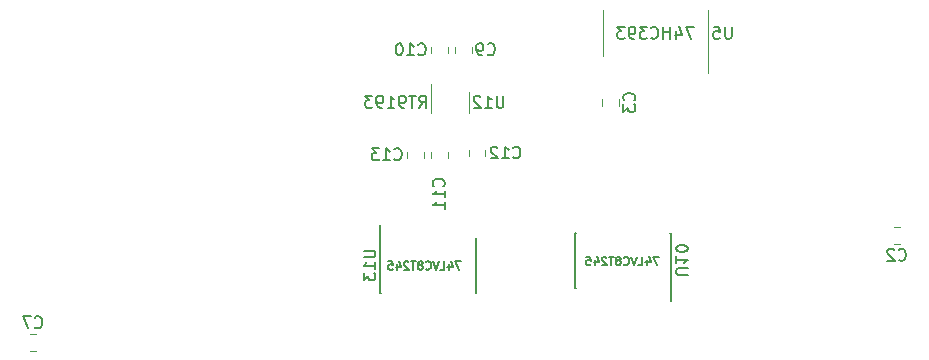
<source format=gbr>
G04 #@! TF.GenerationSoftware,KiCad,Pcbnew,(5.1.4)-1*
G04 #@! TF.CreationDate,2021-02-27T03:26:27-03:00*
G04 #@! TF.ProjectId,OpenDrive-Genesis,4f70656e-4472-4697-9665-2d47656e6573,rev?*
G04 #@! TF.SameCoordinates,Original*
G04 #@! TF.FileFunction,Legend,Bot*
G04 #@! TF.FilePolarity,Positive*
%FSLAX46Y46*%
G04 Gerber Fmt 4.6, Leading zero omitted, Abs format (unit mm)*
G04 Created by KiCad (PCBNEW (5.1.4)-1) date 2021-02-27 03:26:27*
%MOMM*%
%LPD*%
G04 APERTURE LIST*
%ADD10C,0.150000*%
%ADD11C,0.120000*%
G04 APERTURE END LIST*
D10*
X107240000Y-69847666D02*
X106773333Y-69847666D01*
X107073333Y-70547666D01*
X106206666Y-70081000D02*
X106206666Y-70547666D01*
X106373333Y-69814333D02*
X106540000Y-70314333D01*
X106106666Y-70314333D01*
X105506666Y-70547666D02*
X105840000Y-70547666D01*
X105840000Y-69847666D01*
X105373333Y-69847666D02*
X105140000Y-70547666D01*
X104906666Y-69847666D01*
X104273333Y-70481000D02*
X104306666Y-70514333D01*
X104406666Y-70547666D01*
X104473333Y-70547666D01*
X104573333Y-70514333D01*
X104640000Y-70447666D01*
X104673333Y-70381000D01*
X104706666Y-70247666D01*
X104706666Y-70147666D01*
X104673333Y-70014333D01*
X104640000Y-69947666D01*
X104573333Y-69881000D01*
X104473333Y-69847666D01*
X104406666Y-69847666D01*
X104306666Y-69881000D01*
X104273333Y-69914333D01*
X103873333Y-70147666D02*
X103940000Y-70114333D01*
X103973333Y-70081000D01*
X104006666Y-70014333D01*
X104006666Y-69981000D01*
X103973333Y-69914333D01*
X103940000Y-69881000D01*
X103873333Y-69847666D01*
X103740000Y-69847666D01*
X103673333Y-69881000D01*
X103640000Y-69914333D01*
X103606666Y-69981000D01*
X103606666Y-70014333D01*
X103640000Y-70081000D01*
X103673333Y-70114333D01*
X103740000Y-70147666D01*
X103873333Y-70147666D01*
X103940000Y-70181000D01*
X103973333Y-70214333D01*
X104006666Y-70281000D01*
X104006666Y-70414333D01*
X103973333Y-70481000D01*
X103940000Y-70514333D01*
X103873333Y-70547666D01*
X103740000Y-70547666D01*
X103673333Y-70514333D01*
X103640000Y-70481000D01*
X103606666Y-70414333D01*
X103606666Y-70281000D01*
X103640000Y-70214333D01*
X103673333Y-70181000D01*
X103740000Y-70147666D01*
X103406666Y-69847666D02*
X103006666Y-69847666D01*
X103206666Y-70547666D02*
X103206666Y-69847666D01*
X102806666Y-69914333D02*
X102773333Y-69881000D01*
X102706666Y-69847666D01*
X102540000Y-69847666D01*
X102473333Y-69881000D01*
X102440000Y-69914333D01*
X102406666Y-69981000D01*
X102406666Y-70047666D01*
X102440000Y-70147666D01*
X102840000Y-70547666D01*
X102406666Y-70547666D01*
X101806666Y-70081000D02*
X101806666Y-70547666D01*
X101973333Y-69814333D02*
X102140000Y-70314333D01*
X101706666Y-70314333D01*
X101106666Y-69847666D02*
X101440000Y-69847666D01*
X101473333Y-70181000D01*
X101440000Y-70147666D01*
X101373333Y-70114333D01*
X101206666Y-70114333D01*
X101140000Y-70147666D01*
X101106666Y-70181000D01*
X101073333Y-70247666D01*
X101073333Y-70414333D01*
X101106666Y-70481000D01*
X101140000Y-70514333D01*
X101206666Y-70547666D01*
X101373333Y-70547666D01*
X101440000Y-70514333D01*
X101473333Y-70481000D01*
X90476000Y-70228666D02*
X90009333Y-70228666D01*
X90309333Y-70928666D01*
X89442666Y-70462000D02*
X89442666Y-70928666D01*
X89609333Y-70195333D02*
X89776000Y-70695333D01*
X89342666Y-70695333D01*
X88742666Y-70928666D02*
X89076000Y-70928666D01*
X89076000Y-70228666D01*
X88609333Y-70228666D02*
X88376000Y-70928666D01*
X88142666Y-70228666D01*
X87509333Y-70862000D02*
X87542666Y-70895333D01*
X87642666Y-70928666D01*
X87709333Y-70928666D01*
X87809333Y-70895333D01*
X87876000Y-70828666D01*
X87909333Y-70762000D01*
X87942666Y-70628666D01*
X87942666Y-70528666D01*
X87909333Y-70395333D01*
X87876000Y-70328666D01*
X87809333Y-70262000D01*
X87709333Y-70228666D01*
X87642666Y-70228666D01*
X87542666Y-70262000D01*
X87509333Y-70295333D01*
X87109333Y-70528666D02*
X87176000Y-70495333D01*
X87209333Y-70462000D01*
X87242666Y-70395333D01*
X87242666Y-70362000D01*
X87209333Y-70295333D01*
X87176000Y-70262000D01*
X87109333Y-70228666D01*
X86976000Y-70228666D01*
X86909333Y-70262000D01*
X86876000Y-70295333D01*
X86842666Y-70362000D01*
X86842666Y-70395333D01*
X86876000Y-70462000D01*
X86909333Y-70495333D01*
X86976000Y-70528666D01*
X87109333Y-70528666D01*
X87176000Y-70562000D01*
X87209333Y-70595333D01*
X87242666Y-70662000D01*
X87242666Y-70795333D01*
X87209333Y-70862000D01*
X87176000Y-70895333D01*
X87109333Y-70928666D01*
X86976000Y-70928666D01*
X86909333Y-70895333D01*
X86876000Y-70862000D01*
X86842666Y-70795333D01*
X86842666Y-70662000D01*
X86876000Y-70595333D01*
X86909333Y-70562000D01*
X86976000Y-70528666D01*
X86642666Y-70228666D02*
X86242666Y-70228666D01*
X86442666Y-70928666D02*
X86442666Y-70228666D01*
X86042666Y-70295333D02*
X86009333Y-70262000D01*
X85942666Y-70228666D01*
X85776000Y-70228666D01*
X85709333Y-70262000D01*
X85676000Y-70295333D01*
X85642666Y-70362000D01*
X85642666Y-70428666D01*
X85676000Y-70528666D01*
X86076000Y-70928666D01*
X85642666Y-70928666D01*
X85042666Y-70462000D02*
X85042666Y-70928666D01*
X85209333Y-70195333D02*
X85376000Y-70695333D01*
X84942666Y-70695333D01*
X84342666Y-70228666D02*
X84676000Y-70228666D01*
X84709333Y-70562000D01*
X84676000Y-70528666D01*
X84609333Y-70495333D01*
X84442666Y-70495333D01*
X84376000Y-70528666D01*
X84342666Y-70562000D01*
X84309333Y-70628666D01*
X84309333Y-70795333D01*
X84342666Y-70862000D01*
X84376000Y-70895333D01*
X84442666Y-70928666D01*
X84609333Y-70928666D01*
X84676000Y-70895333D01*
X84709333Y-70862000D01*
X86939190Y-57221380D02*
X87272523Y-56745190D01*
X87510619Y-57221380D02*
X87510619Y-56221380D01*
X87129666Y-56221380D01*
X87034428Y-56269000D01*
X86986809Y-56316619D01*
X86939190Y-56411857D01*
X86939190Y-56554714D01*
X86986809Y-56649952D01*
X87034428Y-56697571D01*
X87129666Y-56745190D01*
X87510619Y-56745190D01*
X86653476Y-56221380D02*
X86082047Y-56221380D01*
X86367761Y-57221380D02*
X86367761Y-56221380D01*
X85701095Y-57221380D02*
X85510619Y-57221380D01*
X85415380Y-57173761D01*
X85367761Y-57126142D01*
X85272523Y-56983285D01*
X85224904Y-56792809D01*
X85224904Y-56411857D01*
X85272523Y-56316619D01*
X85320142Y-56269000D01*
X85415380Y-56221380D01*
X85605857Y-56221380D01*
X85701095Y-56269000D01*
X85748714Y-56316619D01*
X85796333Y-56411857D01*
X85796333Y-56649952D01*
X85748714Y-56745190D01*
X85701095Y-56792809D01*
X85605857Y-56840428D01*
X85415380Y-56840428D01*
X85320142Y-56792809D01*
X85272523Y-56745190D01*
X85224904Y-56649952D01*
X84272523Y-57221380D02*
X84843952Y-57221380D01*
X84558238Y-57221380D02*
X84558238Y-56221380D01*
X84653476Y-56364238D01*
X84748714Y-56459476D01*
X84843952Y-56507095D01*
X83796333Y-57221380D02*
X83605857Y-57221380D01*
X83510619Y-57173761D01*
X83463000Y-57126142D01*
X83367761Y-56983285D01*
X83320142Y-56792809D01*
X83320142Y-56411857D01*
X83367761Y-56316619D01*
X83415380Y-56269000D01*
X83510619Y-56221380D01*
X83701095Y-56221380D01*
X83796333Y-56269000D01*
X83843952Y-56316619D01*
X83891571Y-56411857D01*
X83891571Y-56649952D01*
X83843952Y-56745190D01*
X83796333Y-56792809D01*
X83701095Y-56840428D01*
X83510619Y-56840428D01*
X83415380Y-56792809D01*
X83367761Y-56745190D01*
X83320142Y-56649952D01*
X82986809Y-56221380D02*
X82367761Y-56221380D01*
X82701095Y-56602333D01*
X82558238Y-56602333D01*
X82463000Y-56649952D01*
X82415380Y-56697571D01*
X82367761Y-56792809D01*
X82367761Y-57030904D01*
X82415380Y-57126142D01*
X82463000Y-57173761D01*
X82558238Y-57221380D01*
X82843952Y-57221380D01*
X82939190Y-57173761D01*
X82986809Y-57126142D01*
X110195904Y-50379380D02*
X109529238Y-50379380D01*
X109957809Y-51379380D01*
X108719714Y-50712714D02*
X108719714Y-51379380D01*
X108957809Y-50331761D02*
X109195904Y-51046047D01*
X108576857Y-51046047D01*
X108195904Y-51379380D02*
X108195904Y-50379380D01*
X108195904Y-50855571D02*
X107624476Y-50855571D01*
X107624476Y-51379380D02*
X107624476Y-50379380D01*
X106576857Y-51284142D02*
X106624476Y-51331761D01*
X106767333Y-51379380D01*
X106862571Y-51379380D01*
X107005428Y-51331761D01*
X107100666Y-51236523D01*
X107148285Y-51141285D01*
X107195904Y-50950809D01*
X107195904Y-50807952D01*
X107148285Y-50617476D01*
X107100666Y-50522238D01*
X107005428Y-50427000D01*
X106862571Y-50379380D01*
X106767333Y-50379380D01*
X106624476Y-50427000D01*
X106576857Y-50474619D01*
X106243523Y-50379380D02*
X105624476Y-50379380D01*
X105957809Y-50760333D01*
X105814952Y-50760333D01*
X105719714Y-50807952D01*
X105672095Y-50855571D01*
X105624476Y-50950809D01*
X105624476Y-51188904D01*
X105672095Y-51284142D01*
X105719714Y-51331761D01*
X105814952Y-51379380D01*
X106100666Y-51379380D01*
X106195904Y-51331761D01*
X106243523Y-51284142D01*
X105148285Y-51379380D02*
X104957809Y-51379380D01*
X104862571Y-51331761D01*
X104814952Y-51284142D01*
X104719714Y-51141285D01*
X104672095Y-50950809D01*
X104672095Y-50569857D01*
X104719714Y-50474619D01*
X104767333Y-50427000D01*
X104862571Y-50379380D01*
X105053047Y-50379380D01*
X105148285Y-50427000D01*
X105195904Y-50474619D01*
X105243523Y-50569857D01*
X105243523Y-50807952D01*
X105195904Y-50903190D01*
X105148285Y-50950809D01*
X105053047Y-50998428D01*
X104862571Y-50998428D01*
X104767333Y-50950809D01*
X104719714Y-50903190D01*
X104672095Y-50807952D01*
X104338761Y-50379380D02*
X103719714Y-50379380D01*
X104053047Y-50760333D01*
X103910190Y-50760333D01*
X103814952Y-50807952D01*
X103767333Y-50855571D01*
X103719714Y-50950809D01*
X103719714Y-51188904D01*
X103767333Y-51284142D01*
X103814952Y-51331761D01*
X103910190Y-51379380D01*
X104195904Y-51379380D01*
X104291142Y-51331761D01*
X104338761Y-51284142D01*
X108215800Y-67829800D02*
X108190800Y-67829800D01*
X100165800Y-67829800D02*
X100190800Y-67829800D01*
X100165800Y-72479800D02*
X100190800Y-72479800D01*
X108265800Y-73554800D02*
X108265800Y-67829800D01*
X100165800Y-72479800D02*
X100165800Y-67829800D01*
X91767600Y-68231000D02*
X91767600Y-72881000D01*
X83667600Y-67156000D02*
X83667600Y-72881000D01*
X91767600Y-68231000D02*
X91742600Y-68231000D01*
X91767600Y-72881000D02*
X91742600Y-72881000D01*
X83717600Y-72881000D02*
X83742600Y-72881000D01*
D11*
X102499000Y-50865000D02*
X102499000Y-48915000D01*
X102499000Y-50865000D02*
X102499000Y-52815000D01*
X111369000Y-50865000D02*
X111369000Y-48915000D01*
X111369000Y-50865000D02*
X111369000Y-54315000D01*
X87935000Y-57691000D02*
X87935000Y-55241000D01*
X91155000Y-55891000D02*
X91155000Y-57691000D01*
X85904000Y-61484252D02*
X85904000Y-60961748D01*
X87324000Y-61484252D02*
X87324000Y-60961748D01*
X92556400Y-60791348D02*
X92556400Y-61313852D01*
X91136400Y-60791348D02*
X91136400Y-61313852D01*
X87936000Y-61466252D02*
X87936000Y-60943748D01*
X89356000Y-61466252D02*
X89356000Y-60943748D01*
X89356000Y-52594252D02*
X89356000Y-52071748D01*
X87936000Y-52594252D02*
X87936000Y-52071748D01*
X89968000Y-52594252D02*
X89968000Y-52071748D01*
X91388000Y-52594252D02*
X91388000Y-52071748D01*
X54499252Y-77799000D02*
X53976748Y-77799000D01*
X54499252Y-76379000D02*
X53976748Y-76379000D01*
X102414000Y-57039252D02*
X102414000Y-56516748D01*
X103834000Y-57039252D02*
X103834000Y-56516748D01*
X127110748Y-67362000D02*
X127633252Y-67362000D01*
X127110748Y-68782000D02*
X127633252Y-68782000D01*
D10*
X109688419Y-71392895D02*
X108878895Y-71392895D01*
X108783657Y-71345276D01*
X108736038Y-71297657D01*
X108688419Y-71202419D01*
X108688419Y-71011942D01*
X108736038Y-70916704D01*
X108783657Y-70869085D01*
X108878895Y-70821466D01*
X109688419Y-70821466D01*
X108688419Y-69821466D02*
X108688419Y-70392895D01*
X108688419Y-70107180D02*
X109688419Y-70107180D01*
X109545561Y-70202419D01*
X109450323Y-70297657D01*
X109402704Y-70392895D01*
X109688419Y-69202419D02*
X109688419Y-69107180D01*
X109640800Y-69011942D01*
X109593180Y-68964323D01*
X109497942Y-68916704D01*
X109307466Y-68869085D01*
X109069371Y-68869085D01*
X108878895Y-68916704D01*
X108783657Y-68964323D01*
X108736038Y-69011942D01*
X108688419Y-69107180D01*
X108688419Y-69202419D01*
X108736038Y-69297657D01*
X108783657Y-69345276D01*
X108878895Y-69392895D01*
X109069371Y-69440514D01*
X109307466Y-69440514D01*
X109497942Y-69392895D01*
X109593180Y-69345276D01*
X109640800Y-69297657D01*
X109688419Y-69202419D01*
X82244980Y-69317904D02*
X83054504Y-69317904D01*
X83149742Y-69365523D01*
X83197361Y-69413142D01*
X83244980Y-69508380D01*
X83244980Y-69698857D01*
X83197361Y-69794095D01*
X83149742Y-69841714D01*
X83054504Y-69889333D01*
X82244980Y-69889333D01*
X83244980Y-70889333D02*
X83244980Y-70317904D01*
X83244980Y-70603619D02*
X82244980Y-70603619D01*
X82387838Y-70508380D01*
X82483076Y-70413142D01*
X82530695Y-70317904D01*
X82244980Y-71222666D02*
X82244980Y-71841714D01*
X82625933Y-71508380D01*
X82625933Y-71651238D01*
X82673552Y-71746476D01*
X82721171Y-71794095D01*
X82816409Y-71841714D01*
X83054504Y-71841714D01*
X83149742Y-71794095D01*
X83197361Y-71746476D01*
X83244980Y-71651238D01*
X83244980Y-71365523D01*
X83197361Y-71270285D01*
X83149742Y-71222666D01*
X113410904Y-50379380D02*
X113410904Y-51188904D01*
X113363285Y-51284142D01*
X113315666Y-51331761D01*
X113220428Y-51379380D01*
X113029952Y-51379380D01*
X112934714Y-51331761D01*
X112887095Y-51284142D01*
X112839476Y-51188904D01*
X112839476Y-50379380D01*
X111887095Y-50379380D02*
X112363285Y-50379380D01*
X112410904Y-50855571D01*
X112363285Y-50807952D01*
X112268047Y-50760333D01*
X112029952Y-50760333D01*
X111934714Y-50807952D01*
X111887095Y-50855571D01*
X111839476Y-50950809D01*
X111839476Y-51188904D01*
X111887095Y-51284142D01*
X111934714Y-51331761D01*
X112029952Y-51379380D01*
X112268047Y-51379380D01*
X112363285Y-51331761D01*
X112410904Y-51284142D01*
X94075095Y-56221380D02*
X94075095Y-57030904D01*
X94027476Y-57126142D01*
X93979857Y-57173761D01*
X93884619Y-57221380D01*
X93694142Y-57221380D01*
X93598904Y-57173761D01*
X93551285Y-57126142D01*
X93503666Y-57030904D01*
X93503666Y-56221380D01*
X92503666Y-57221380D02*
X93075095Y-57221380D01*
X92789380Y-57221380D02*
X92789380Y-56221380D01*
X92884619Y-56364238D01*
X92979857Y-56459476D01*
X93075095Y-56507095D01*
X92122714Y-56316619D02*
X92075095Y-56269000D01*
X91979857Y-56221380D01*
X91741761Y-56221380D01*
X91646523Y-56269000D01*
X91598904Y-56316619D01*
X91551285Y-56411857D01*
X91551285Y-56507095D01*
X91598904Y-56649952D01*
X92170333Y-57221380D01*
X91551285Y-57221380D01*
X84843857Y-61571142D02*
X84891476Y-61618761D01*
X85034333Y-61666380D01*
X85129571Y-61666380D01*
X85272428Y-61618761D01*
X85367666Y-61523523D01*
X85415285Y-61428285D01*
X85462904Y-61237809D01*
X85462904Y-61094952D01*
X85415285Y-60904476D01*
X85367666Y-60809238D01*
X85272428Y-60714000D01*
X85129571Y-60666380D01*
X85034333Y-60666380D01*
X84891476Y-60714000D01*
X84843857Y-60761619D01*
X83891476Y-61666380D02*
X84462904Y-61666380D01*
X84177190Y-61666380D02*
X84177190Y-60666380D01*
X84272428Y-60809238D01*
X84367666Y-60904476D01*
X84462904Y-60952095D01*
X83558142Y-60666380D02*
X82939095Y-60666380D01*
X83272428Y-61047333D01*
X83129571Y-61047333D01*
X83034333Y-61094952D01*
X82986714Y-61142571D01*
X82939095Y-61237809D01*
X82939095Y-61475904D01*
X82986714Y-61571142D01*
X83034333Y-61618761D01*
X83129571Y-61666380D01*
X83415285Y-61666380D01*
X83510523Y-61618761D01*
X83558142Y-61571142D01*
X94902257Y-61418742D02*
X94949876Y-61466361D01*
X95092733Y-61513980D01*
X95187971Y-61513980D01*
X95330828Y-61466361D01*
X95426066Y-61371123D01*
X95473685Y-61275885D01*
X95521304Y-61085409D01*
X95521304Y-60942552D01*
X95473685Y-60752076D01*
X95426066Y-60656838D01*
X95330828Y-60561600D01*
X95187971Y-60513980D01*
X95092733Y-60513980D01*
X94949876Y-60561600D01*
X94902257Y-60609219D01*
X93949876Y-61513980D02*
X94521304Y-61513980D01*
X94235590Y-61513980D02*
X94235590Y-60513980D01*
X94330828Y-60656838D01*
X94426066Y-60752076D01*
X94521304Y-60799695D01*
X93568923Y-60609219D02*
X93521304Y-60561600D01*
X93426066Y-60513980D01*
X93187971Y-60513980D01*
X93092733Y-60561600D01*
X93045114Y-60609219D01*
X92997495Y-60704457D01*
X92997495Y-60799695D01*
X93045114Y-60942552D01*
X93616542Y-61513980D01*
X92997495Y-61513980D01*
X89003142Y-63873142D02*
X89050761Y-63825523D01*
X89098380Y-63682666D01*
X89098380Y-63587428D01*
X89050761Y-63444571D01*
X88955523Y-63349333D01*
X88860285Y-63301714D01*
X88669809Y-63254095D01*
X88526952Y-63254095D01*
X88336476Y-63301714D01*
X88241238Y-63349333D01*
X88146000Y-63444571D01*
X88098380Y-63587428D01*
X88098380Y-63682666D01*
X88146000Y-63825523D01*
X88193619Y-63873142D01*
X89098380Y-64825523D02*
X89098380Y-64254095D01*
X89098380Y-64539809D02*
X88098380Y-64539809D01*
X88241238Y-64444571D01*
X88336476Y-64349333D01*
X88384095Y-64254095D01*
X89098380Y-65777904D02*
X89098380Y-65206476D01*
X89098380Y-65492190D02*
X88098380Y-65492190D01*
X88241238Y-65396952D01*
X88336476Y-65301714D01*
X88384095Y-65206476D01*
X86875857Y-52690142D02*
X86923476Y-52737761D01*
X87066333Y-52785380D01*
X87161571Y-52785380D01*
X87304428Y-52737761D01*
X87399666Y-52642523D01*
X87447285Y-52547285D01*
X87494904Y-52356809D01*
X87494904Y-52213952D01*
X87447285Y-52023476D01*
X87399666Y-51928238D01*
X87304428Y-51833000D01*
X87161571Y-51785380D01*
X87066333Y-51785380D01*
X86923476Y-51833000D01*
X86875857Y-51880619D01*
X85923476Y-52785380D02*
X86494904Y-52785380D01*
X86209190Y-52785380D02*
X86209190Y-51785380D01*
X86304428Y-51928238D01*
X86399666Y-52023476D01*
X86494904Y-52071095D01*
X85304428Y-51785380D02*
X85209190Y-51785380D01*
X85113952Y-51833000D01*
X85066333Y-51880619D01*
X85018714Y-51975857D01*
X84971095Y-52166333D01*
X84971095Y-52404428D01*
X85018714Y-52594904D01*
X85066333Y-52690142D01*
X85113952Y-52737761D01*
X85209190Y-52785380D01*
X85304428Y-52785380D01*
X85399666Y-52737761D01*
X85447285Y-52690142D01*
X85494904Y-52594904D01*
X85542523Y-52404428D01*
X85542523Y-52166333D01*
X85494904Y-51975857D01*
X85447285Y-51880619D01*
X85399666Y-51833000D01*
X85304428Y-51785380D01*
X92749666Y-52681142D02*
X92797285Y-52728761D01*
X92940142Y-52776380D01*
X93035380Y-52776380D01*
X93178238Y-52728761D01*
X93273476Y-52633523D01*
X93321095Y-52538285D01*
X93368714Y-52347809D01*
X93368714Y-52204952D01*
X93321095Y-52014476D01*
X93273476Y-51919238D01*
X93178238Y-51824000D01*
X93035380Y-51776380D01*
X92940142Y-51776380D01*
X92797285Y-51824000D01*
X92749666Y-51871619D01*
X92273476Y-52776380D02*
X92083000Y-52776380D01*
X91987761Y-52728761D01*
X91940142Y-52681142D01*
X91844904Y-52538285D01*
X91797285Y-52347809D01*
X91797285Y-51966857D01*
X91844904Y-51871619D01*
X91892523Y-51824000D01*
X91987761Y-51776380D01*
X92178238Y-51776380D01*
X92273476Y-51824000D01*
X92321095Y-51871619D01*
X92368714Y-51966857D01*
X92368714Y-52204952D01*
X92321095Y-52300190D01*
X92273476Y-52347809D01*
X92178238Y-52395428D01*
X91987761Y-52395428D01*
X91892523Y-52347809D01*
X91844904Y-52300190D01*
X91797285Y-52204952D01*
X54404666Y-75796142D02*
X54452285Y-75843761D01*
X54595142Y-75891380D01*
X54690380Y-75891380D01*
X54833238Y-75843761D01*
X54928476Y-75748523D01*
X54976095Y-75653285D01*
X55023714Y-75462809D01*
X55023714Y-75319952D01*
X54976095Y-75129476D01*
X54928476Y-75034238D01*
X54833238Y-74939000D01*
X54690380Y-74891380D01*
X54595142Y-74891380D01*
X54452285Y-74939000D01*
X54404666Y-74986619D01*
X54071333Y-74891380D02*
X53404666Y-74891380D01*
X53833238Y-75891380D01*
X105131142Y-56611333D02*
X105178761Y-56563714D01*
X105226380Y-56420857D01*
X105226380Y-56325619D01*
X105178761Y-56182761D01*
X105083523Y-56087523D01*
X104988285Y-56039904D01*
X104797809Y-55992285D01*
X104654952Y-55992285D01*
X104464476Y-56039904D01*
X104369238Y-56087523D01*
X104274000Y-56182761D01*
X104226380Y-56325619D01*
X104226380Y-56420857D01*
X104274000Y-56563714D01*
X104321619Y-56611333D01*
X104226380Y-56944666D02*
X104226380Y-57563714D01*
X104607333Y-57230380D01*
X104607333Y-57373238D01*
X104654952Y-57468476D01*
X104702571Y-57516095D01*
X104797809Y-57563714D01*
X105035904Y-57563714D01*
X105131142Y-57516095D01*
X105178761Y-57468476D01*
X105226380Y-57373238D01*
X105226380Y-57087523D01*
X105178761Y-56992285D01*
X105131142Y-56944666D01*
X127538666Y-70079142D02*
X127586285Y-70126761D01*
X127729142Y-70174380D01*
X127824380Y-70174380D01*
X127967238Y-70126761D01*
X128062476Y-70031523D01*
X128110095Y-69936285D01*
X128157714Y-69745809D01*
X128157714Y-69602952D01*
X128110095Y-69412476D01*
X128062476Y-69317238D01*
X127967238Y-69222000D01*
X127824380Y-69174380D01*
X127729142Y-69174380D01*
X127586285Y-69222000D01*
X127538666Y-69269619D01*
X127157714Y-69269619D02*
X127110095Y-69222000D01*
X127014857Y-69174380D01*
X126776761Y-69174380D01*
X126681523Y-69222000D01*
X126633904Y-69269619D01*
X126586285Y-69364857D01*
X126586285Y-69460095D01*
X126633904Y-69602952D01*
X127205333Y-70174380D01*
X126586285Y-70174380D01*
M02*

</source>
